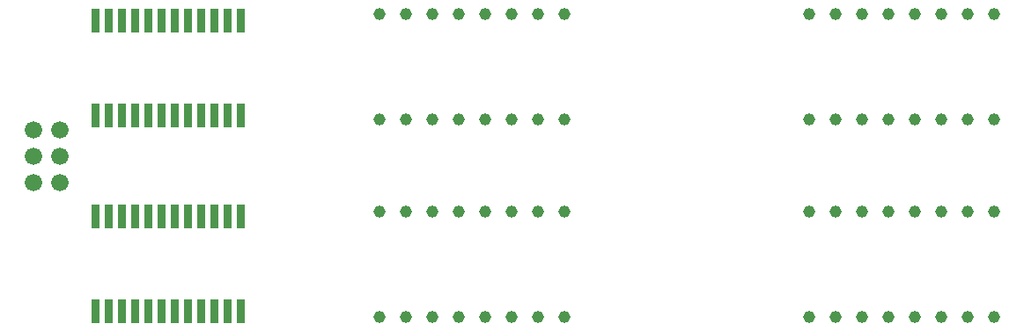
<source format=gbs>
G04 start of page 7 for group -4062 idx -4062 *
G04 Title: (unknown), soldermask *
G04 Creator: pcb 1.99z *
G04 CreationDate: Tue 11 Mar 2014 08:59:09 PM GMT UTC *
G04 For: jpuls *
G04 Format: Gerber/RS-274X *
G04 PCB-Dimensions (mil): 4500.00 1560.00 *
G04 PCB-Coordinate-Origin: lower left *
%MOIN*%
%FSLAX25Y25*%
%LNBOTTOMMASK*%
%ADD43R,0.0300X0.0300*%
%ADD42C,0.0660*%
%ADD41C,0.0454*%
G54D41*X305000Y96500D03*
X315000D03*
X325000D03*
X335000D03*
X345000D03*
X355000D03*
X375000Y136500D03*
X365000D03*
X355000D03*
X345000D03*
X335000D03*
X325000D03*
X315000D03*
X305000D03*
X172500Y96500D03*
X182500D03*
X192500D03*
X202500D03*
X142500D03*
X152500D03*
X162500D03*
X212500Y136500D03*
X202500D03*
X192500D03*
X182500D03*
X172500D03*
X162500D03*
X152500D03*
X142500D03*
Y21500D03*
X152500D03*
X162500D03*
X172500D03*
X182500D03*
X192500D03*
X202500D03*
X212500D03*
Y96500D03*
Y61500D03*
X202500D03*
X192500D03*
X182500D03*
X172500D03*
X162500D03*
X152500D03*
X142500D03*
G54D42*X21300Y92300D03*
Y82300D03*
Y72300D03*
X11300Y92300D03*
Y82300D03*
Y72300D03*
G54D41*X305000Y21500D03*
X315000D03*
X325000D03*
X335000D03*
X345000D03*
X355000D03*
X365000D03*
X375000D03*
X365000Y96500D03*
Y61500D03*
X375000Y96500D03*
Y61500D03*
X355000D03*
X345000D03*
X335000D03*
X325000D03*
X315000D03*
X305000D03*
G54D43*X35000Y62500D02*Y56500D01*
X40000Y62500D02*Y56500D01*
X90000Y101000D02*Y95000D01*
X85000Y101000D02*Y95000D01*
X80000Y101000D02*Y95000D01*
X75000Y101000D02*Y95000D01*
X70000Y101000D02*Y95000D01*
X65000Y101000D02*Y95000D01*
X60000Y101000D02*Y95000D01*
X55000Y101000D02*Y95000D01*
X50000Y101000D02*Y95000D01*
X45000Y101000D02*Y95000D01*
X40000Y101000D02*Y95000D01*
X35000Y101000D02*Y95000D01*
Y137000D02*Y131000D01*
X40000Y137000D02*Y131000D01*
X45000Y137000D02*Y131000D01*
X50000Y137000D02*Y131000D01*
X55000Y137000D02*Y131000D01*
X60000Y137000D02*Y131000D01*
X65000Y137000D02*Y131000D01*
X70000Y137000D02*Y131000D01*
X75000Y137000D02*Y131000D01*
X80000Y137000D02*Y131000D01*
X85000Y137000D02*Y131000D01*
X90000Y137000D02*Y131000D01*
Y26500D02*Y20500D01*
X85000Y26500D02*Y20500D01*
X80000Y26500D02*Y20500D01*
X75000Y26500D02*Y20500D01*
X70000Y26500D02*Y20500D01*
X65000Y26500D02*Y20500D01*
X60000Y26500D02*Y20500D01*
X55000Y26500D02*Y20500D01*
X50000Y26500D02*Y20500D01*
X45000Y26500D02*Y20500D01*
X40000Y26500D02*Y20500D01*
X35000Y26500D02*Y20500D01*
X45000Y62500D02*Y56500D01*
X50000Y62500D02*Y56500D01*
X55000Y62500D02*Y56500D01*
X60000Y62500D02*Y56500D01*
X65000Y62500D02*Y56500D01*
X70000Y62500D02*Y56500D01*
X75000Y62500D02*Y56500D01*
X80000Y62500D02*Y56500D01*
X85000Y62500D02*Y56500D01*
X90000Y62500D02*Y56500D01*
M02*

</source>
